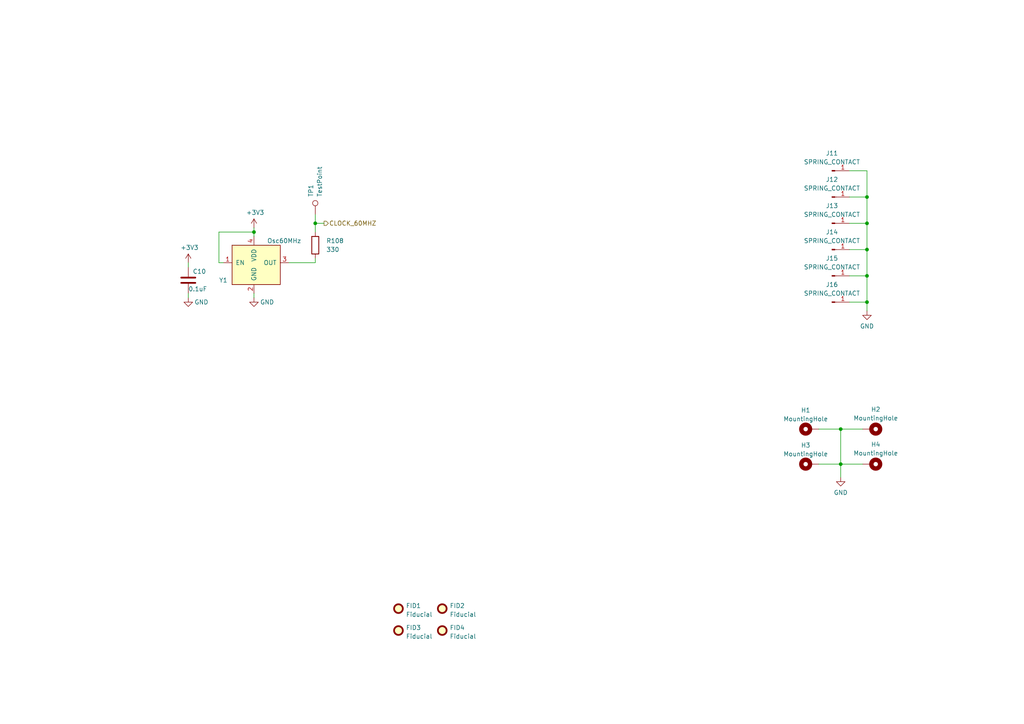
<source format=kicad_sch>
(kicad_sch (version 20211123) (generator eeschema)
  (paper "A4")
  (lib_symbols
    (symbol "Connector:Conn_01x01_Male" (pin_names (offset 1.016) hide)
      (property "Reference" "J" (at 0 2.54 0))
      (property "Value" "Conn_01x01_Male" (at 0 -2.54 0))
      (symbol "Conn_01x01_Male_1_1"
        (polyline (pts (xy 1.27 0) (xy 0.8636 0)) (stroke (width 0.1524)))
        (rectangle (start 0.8636 0.127) (end 0 -0.127) (stroke (width 0.1524)) (fill (type outline)))
        (pin passive line (at 5.08 0 180) (length 3.81) (name "Pin_1") (number "1"))
      )
    )
    (symbol "Connector:TestPoint" (pin_numbers hide) (pin_names (offset 0.762) hide)
      (property "Reference" "TP" (at 0 6.858 0))
      (property "Value" "TestPoint" (at 0 5.08 0))
      (symbol "TestPoint_0_1"
        (circle (center 0 3.302) (radius 0.762))
      )
      (symbol "TestPoint_1_1"
        (pin passive line (at 0 0 90) (length 2.54) (name "1") (number "1"))
      )
    )
    (symbol "Device:C" (pin_numbers hide) (pin_names (offset 0.254))
      (property "Reference" "C" (at 0.635 2.54 0))
      (property "Value" "C" (at 0.635 -2.54 0))
      (symbol "C_0_1"
        (polyline (pts (xy -2.032 -0.762) (xy 2.032 -0.762)) (stroke (width 0.508)))
        (polyline (pts (xy -2.032 0.762) (xy 2.032 0.762)) (stroke (width 0.508)))
      )
      (symbol "C_1_1"
        (pin passive line (at 0 3.81 270) (length 2.794) (name "~") (number "1"))
        (pin passive line (at 0 -3.81 90) (length 2.794) (name "~") (number "2"))
      )
    )
    (symbol "Device:R" (pin_numbers hide) (pin_names (offset 0))
      (property "Reference" "R" (at 2.032 0 90))
      (property "Value" "R" (at 0 0 90))
      (symbol "R_0_1"
        (rectangle (start -1.016 -2.54) (end 1.016 2.54) (stroke (width 0.254)))
      )
      (symbol "R_1_1"
        (pin passive line (at 0 3.81 270) (length 1.27) (name "~") (number "1"))
        (pin passive line (at 0 -3.81 90) (length 1.27) (name "~") (number "2"))
      )
    )
    (symbol "Mechanical:Fiducial"
      (property "Reference" "FID" (at 0 5.08 0))
      (property "Value" "Fiducial" (at 0 3.175 0))
      (symbol "Fiducial_0_1"
        (circle (center 0 0) (radius 1.27) (stroke (width 0.508)) (fill (type background)))
      )
    )
    (symbol "Mechanical:MountingHole_Pad" (pin_numbers hide) (pin_names (offset 1.016) hide)
      (property "Reference" "H" (at 0 6.35 0))
      (property "Value" "MountingHole_Pad" (at 0 4.445 0))
      (symbol "MountingHole_Pad_0_1"
        (circle (center 0 1.27) (radius 1.27) (stroke (width 1.27)))
      )
      (symbol "MountingHole_Pad_1_1"
        (pin input line (at 0 -2.54 90) (length 2.54) (name "1") (number "1"))
      )
    )
    (symbol "power:+3V3" (power) (pin_names (offset 0))
      (property "Value" "+3V3" (at 0 3.556 0))
      (symbol "+3V3_0_1"
        (polyline (pts (xy -0.762 1.27) (xy 0 2.54)))
        (polyline (pts (xy 0 0) (xy 0 2.54)))
        (polyline (pts (xy 0 2.54) (xy 0.762 1.27)))
      )
      (symbol "+3V3_1_1"
        (pin power_in line (at 0 0 90) (length 0) hide (name "+3V3") (number "1"))
      )
    )
    (symbol "power:GND" (power) (pin_names (offset 0))
      (property "Value" "GND" (at 0 -3.81 0))
      (symbol "GND_0_1"
        (polyline (pts (xy 0 0) (xy 0 -1.27) (xy 1.27 -1.27) (xy 0 -2.54) (xy -1.27 -1.27) (xy 0 -1.27)))
      )
      (symbol "GND_1_1"
        (pin power_in line (at 0 0 270) (length 0) hide (name "GND") (number "1"))
      )
    )
    (symbol "support_hardware:DSC60xx" (pin_names (offset 1.016))
      (property "Reference" "Y" (at 0 1.27 0))
      (property "Value" "DSC60xx" (at 12.7 1.27 0))
      (symbol "DSC60xx_0_1"
        (rectangle (start 0 0) (end 13.97 -11.43) (stroke (width 0.2032)) (fill (type background)))
      )
      (symbol "DSC60xx_1_1"
        (pin input line (at -2.54 -5.08 0) (length 2.54) (name "EN") (number "1"))
        (pin power_in line (at 6.35 -13.97 90) (length 2.54) (name "GND") (number "2"))
        (pin output line (at 16.51 -5.08 180) (length 2.54) (name "OUT") (number "3"))
        (pin power_in line (at 6.35 2.54 270) (length 2.54) (name "VDD") (number "4"))
      )
    )
  )
  (junction (at 73.66 67.31))
  (junction (at 243.84 124.46))
  (junction (at 251.46 80.01))
  (junction (at 251.46 64.77))
  (junction (at 91.44 64.77))
  (junction (at 251.46 72.39))
  (junction (at 243.84 134.62))
  (junction (at 251.46 57.15))
  (junction (at 251.46 87.63))
  (wire (pts (xy 64.77 76.2) (xy 63.5 76.2)))
  (wire (pts (xy 246.38 80.01) (xy 251.46 80.01)))
  (wire (pts (xy 251.46 87.63) (xy 251.46 90.17)))
  (wire (pts (xy 91.44 64.77) (xy 91.44 67.31)))
  (wire (pts (xy 73.66 67.31) (xy 73.66 68.58)))
  (wire (pts (xy 246.38 64.77) (xy 251.46 64.77)))
  (wire (pts (xy 93.98 64.77) (xy 91.44 64.77)))
  (wire (pts (xy 91.44 76.2) (xy 91.44 74.93)))
  (wire (pts (xy 243.84 134.62) (xy 237.49 134.62)))
  (wire (pts (xy 243.84 138.43) (xy 243.84 134.62)))
  (wire (pts (xy 251.46 72.39) (xy 251.46 80.01)))
  (wire (pts (xy 246.38 49.53) (xy 251.46 49.53)))
  (wire (pts (xy 73.66 66.04) (xy 73.66 67.31)))
  (wire (pts (xy 54.61 85.09) (xy 54.61 86.36)))
  (wire (pts (xy 251.46 64.77) (xy 251.46 72.39)))
  (wire (pts (xy 63.5 76.2) (xy 63.5 67.31)))
  (wire (pts (xy 251.46 57.15) (xy 251.46 64.77)))
  (wire (pts (xy 243.84 134.62) (xy 250.19 134.62)))
  (wire (pts (xy 246.38 87.63) (xy 251.46 87.63)))
  (wire (pts (xy 237.49 124.46) (xy 243.84 124.46)))
  (wire (pts (xy 243.84 124.46) (xy 250.19 124.46)))
  (wire (pts (xy 91.44 62.23) (xy 91.44 64.77)))
  (wire (pts (xy 83.82 76.2) (xy 91.44 76.2)))
  (wire (pts (xy 246.38 57.15) (xy 251.46 57.15)))
  (wire (pts (xy 54.61 76.2) (xy 54.61 77.47)))
  (wire (pts (xy 251.46 49.53) (xy 251.46 57.15)))
  (wire (pts (xy 63.5 67.31) (xy 73.66 67.31)))
  (wire (pts (xy 243.84 124.46) (xy 243.84 134.62)))
  (wire (pts (xy 251.46 80.01) (xy 251.46 87.63)))
  (wire (pts (xy 73.66 86.36) (xy 73.66 85.09)))
  (wire (pts (xy 246.38 72.39) (xy 251.46 72.39)))
  (hierarchical_label "CLOCK_60MHZ" (shape output) (at 93.98 64.77 0))
  (symbol (lib_id "Device:C") (at 54.61 81.28 0) (unit 1)
    (property "Reference" "C10" (at 55.88 78.74 0) (effects (justify left)))
    (property "Value" "0.1uF" (at 54.61 83.82 0) (effects (justify left)))
    (property "Footprint" "Capacitor_SMD:C_0402_1005Metric" (effects hide))
    (property "Part Number" "CL05A104KA5NNNC" (effects hide))
    (property "Substitution" "any equivalent" (effects hide))
    (property "Description" "CAP CER 0.1UF 25V X5R 0402" (effects hide))
    (property "Manufacturer" "Samsung" (effects hide))
  )
  (symbol (lib_id "Connector:Conn_01x01_Male") (at 241.3 87.63 0) (unit 1)
    (property "Reference" "J16" (at 241.3 82.55 0))
    (property "Value" "SPRING_CONTACT" (at 241.3 85.0869 0))
    (property "Footprint" "cynthion:BW0033AG-L3.4W0.9H1.8" (effects hide))
    (property "Description" "SPRING FINGER CONTACT 1.8MM" (effects hide))
    (property "Manufacturer" "BAT WIRELESS" (effects hide))
    (property "Note" "populate only when assembling for installation in enclosure" (effects hide))
    (property "Part Number" "BW0033AG-L3.4W0.9H1.8" (effects hide))
  )
  (symbol (lib_id "support_hardware:DSC60xx") (at 67.31 71.12 0) (unit 1)
    (property "Reference" "Y1" (at 63.5 81.28 0) (effects (justify left)))
    (property "Value" "Osc60MHz" (at 77.47 69.85 0) (effects (justify left)))
    (property "Footprint" "Crystal:Crystal_SMD_3225-4Pin_3.2x2.5mm" (effects hide))
    (property "Description" "MEMS OSC XO 60.0000MHZ H/LV-CMOS" (effects hide))
    (property "Manufacturer" "SiTIME" (effects hide))
    (property "Part Number" "SIT1602BC-23-33E-60.000000E" (effects hide))
    (property "Substitution" "SIT1602B*-2*-33E-60.000000*, SIT1602B*-2*-33N-60.000000*" (effects hide))
  )
  (symbol (lib_id "Mechanical:Fiducial") (at 128.27 176.53 0) (unit 1) (in_bom no)
    (property "Reference" "FID2" (at 130.429 175.6953 0) (effects (justify left)))
    (property "Value" "Fiducial" (at 130.429 178.2322 0) (effects (justify left)))
    (property "Footprint" "Fiducial:Fiducial_0.5mm_Mask1mm" (effects hide))
  )
  (symbol (lib_id "Connector:Conn_01x01_Male") (at 241.3 49.53 0) (unit 1)
    (property "Reference" "J11" (at 241.3 44.45 0))
    (property "Value" "SPRING_CONTACT" (at 241.3 46.9869 0))
    (property "Footprint" "cynthion:BW0033AG-L3.4W0.9H1.8" (effects hide))
    (property "Description" "SPRING FINGER CONTACT 1.8MM" (effects hide))
    (property "Manufacturer" "BAT WIRELESS" (effects hide))
    (property "Note" "populate only when assembling for installation in enclosure" (effects hide))
    (property "Part Number" "BW0033AG-L3.4W0.9H1.8" (effects hide))
  )
  (symbol (lib_id "Mechanical:MountingHole_Pad") (at 234.95 134.62 90) (unit 1) (in_bom no)
    (property "Reference" "H3" (at 233.68 129.1422 90))
    (property "Value" "MountingHole" (at 233.68 131.6791 90))
    (property "Footprint" "MountingHole:MountingHole_2.2mm_M2_Pad_Via" (effects hide))
  )
  (symbol (lib_id "power:+3V3") (at 73.66 66.04 0) (unit 1)
    (property "Reference" "#PWR011" (effects hide))
    (property "Value" "+3V3" (at 74.0156 61.6458 0))
  )
  (symbol (lib_id "Mechanical:Fiducial") (at 128.27 182.88 0) (unit 1) (in_bom no)
    (property "Reference" "FID4" (at 130.429 182.0453 0) (effects (justify left)))
    (property "Value" "Fiducial" (at 130.429 184.5822 0) (effects (justify left)))
    (property "Footprint" "Fiducial:Fiducial_0.5mm_Mask1mm" (effects hide))
  )
  (symbol (lib_id "power:GND") (at 243.84 138.43 0) (unit 1)
    (property "Reference" "#PWR01" (effects hide))
    (property "Value" "GND" (at 243.84 142.8734 0))
  )
  (symbol (lib_id "Connector:Conn_01x01_Male") (at 241.3 64.77 0) (unit 1)
    (property "Reference" "J13" (at 241.3 59.69 0))
    (property "Value" "SPRING_CONTACT" (at 241.3 62.2269 0))
    (property "Footprint" "cynthion:BW0033AG-L3.4W0.9H1.8" (effects hide))
    (property "Description" "SPRING FINGER CONTACT 1.8MM" (effects hide))
    (property "Manufacturer" "BAT WIRELESS" (effects hide))
    (property "Note" "populate only when assembling for installation in enclosure" (effects hide))
    (property "Part Number" "BW0033AG-L3.4W0.9H1.8" (effects hide))
  )
  (symbol (lib_id "Device:R") (at 91.44 71.12 0) (unit 1)
    (property "Reference" "R108" (at 94.615 69.85 0) (effects (justify left)))
    (property "Value" "330" (at 96.52 72.39 0))
    (property "Footprint" "Resistor_SMD:R_0402_1005Metric" (effects hide))
    (property "Part Number" "RC0402FR-13330RL" (effects hide))
    (property "Substitution" "any equivalent" (effects hide))
    (property "Description" "RES 330 OHM 1% 1/16W 0402" (effects hide))
    (property "Manufacturer" "Yageo" (effects hide))
  )
  (symbol (lib_id "Mechanical:MountingHole_Pad") (at 252.73 124.46 270) (unit 1) (in_bom no)
    (property "Reference" "H2" (at 254 118.7481 90))
    (property "Value" "MountingHole" (at 254 121.285 90))
    (property "Footprint" "MountingHole:MountingHole_2.2mm_M2_Pad_Via" (effects hide))
  )
  (symbol (lib_id "Connector:TestPoint") (at 91.44 62.23 0) (unit 1) (in_bom no)
    (property "Reference" "TP1" (at 90.17 57.15 90) (effects (justify left)))
    (property "Value" "TestPoint" (at 92.71 57.15 90) (effects (justify left)))
    (property "Footprint" "TestPoint:TestPoint_Pad_D1.0mm" (effects hide))
  )
  (symbol (lib_id "Connector:Conn_01x01_Male") (at 241.3 80.01 0) (unit 1)
    (property "Reference" "J15" (at 241.3 74.93 0))
    (property "Value" "SPRING_CONTACT" (at 241.3 77.4669 0))
    (property "Footprint" "cynthion:BW0033AG-L3.4W0.9H1.8" (effects hide))
    (property "Description" "SPRING FINGER CONTACT 1.8MM" (effects hide))
    (property "Manufacturer" "BAT WIRELESS" (effects hide))
    (property "Note" "populate only when assembling for installation in enclosure" (effects hide))
    (property "Part Number" "BW0033AG-L3.4W0.9H1.8" (effects hide))
  )
  (symbol (lib_id "power:GND") (at 73.66 86.36 0) (unit 1)
    (property "Reference" "#PWR086" (effects hide))
    (property "Value" "GND" (at 77.47 87.63 0))
  )
  (symbol (lib_id "Mechanical:MountingHole_Pad") (at 234.95 124.46 90) (unit 1) (in_bom no)
    (property "Reference" "H1" (at 233.68 118.9822 90))
    (property "Value" "MountingHole" (at 233.68 121.5191 90))
    (property "Footprint" "MountingHole:MountingHole_2.2mm_M2_Pad_Via" (effects hide))
  )
  (symbol (lib_id "Mechanical:Fiducial") (at 115.57 176.53 0) (unit 1) (in_bom no)
    (property "Reference" "FID1" (at 117.729 175.6953 0) (effects (justify left)))
    (property "Value" "Fiducial" (at 117.729 178.2322 0) (effects (justify left)))
    (property "Footprint" "Fiducial:Fiducial_0.5mm_Mask1mm" (effects hide))
  )
  (symbol (lib_id "power:GND") (at 54.61 86.36 0) (unit 1)
    (property "Reference" "#PWR0174" (effects hide))
    (property "Value" "GND" (at 58.42 87.63 0))
  )
  (symbol (lib_id "Connector:Conn_01x01_Male") (at 241.3 57.15 0) (unit 1)
    (property "Reference" "J12" (at 241.3 52.07 0))
    (property "Value" "SPRING_CONTACT" (at 241.3 54.6069 0))
    (property "Footprint" "cynthion:BW0033AG-L3.4W0.9H1.8" (effects hide))
    (property "Description" "SPRING FINGER CONTACT 1.8MM" (effects hide))
    (property "Manufacturer" "BAT WIRELESS" (effects hide))
    (property "Note" "populate only when assembling for installation in enclosure" (effects hide))
    (property "Part Number" "BW0033AG-L3.4W0.9H1.8" (effects hide))
  )
  (symbol (lib_id "Connector:Conn_01x01_Male") (at 241.3 72.39 0) (unit 1)
    (property "Reference" "J14" (at 241.3 67.31 0))
    (property "Value" "SPRING_CONTACT" (at 241.3 69.8469 0))
    (property "Footprint" "cynthion:BW0033AG-L3.4W0.9H1.8" (effects hide))
    (property "Description" "SPRING FINGER CONTACT 1.8MM" (effects hide))
    (property "Manufacturer" "BAT WIRELESS" (effects hide))
    (property "Note" "populate only when assembling for installation in enclosure" (effects hide))
    (property "Part Number" "BW0033AG-L3.4W0.9H1.8" (effects hide))
  )
  (symbol (lib_id "power:GND") (at 251.46 90.17 0) (unit 1)
    (property "Reference" "#PWR0236" (effects hide))
    (property "Value" "GND" (at 251.46 94.6134 0))
  )
  (symbol (lib_id "Mechanical:MountingHole_Pad") (at 252.73 134.62 270) (unit 1) (in_bom no)
    (property "Reference" "H4" (at 254 128.9081 90))
    (property "Value" "MountingHole" (at 254 131.445 90))
    (property "Footprint" "MountingHole:MountingHole_2.2mm_M2_Pad_Via" (effects hide))
  )
  (symbol (lib_id "power:+3V3") (at 54.61 76.2 0) (unit 1)
    (property "Reference" "#PWR018" (effects hide))
    (property "Value" "+3V3" (at 54.9656 71.8058 0))
  )
  (symbol (lib_id "Mechanical:Fiducial") (at 115.57 182.88 0) (unit 1) (in_bom no)
    (property "Reference" "FID3" (at 117.729 182.0453 0) (effects (justify left)))
    (property "Value" "Fiducial" (at 117.729 184.5822 0) (effects (justify left)))
    (property "Footprint" "Fiducial:Fiducial_0.5mm_Mask1mm" (effects hide))
  )
)
</source>
